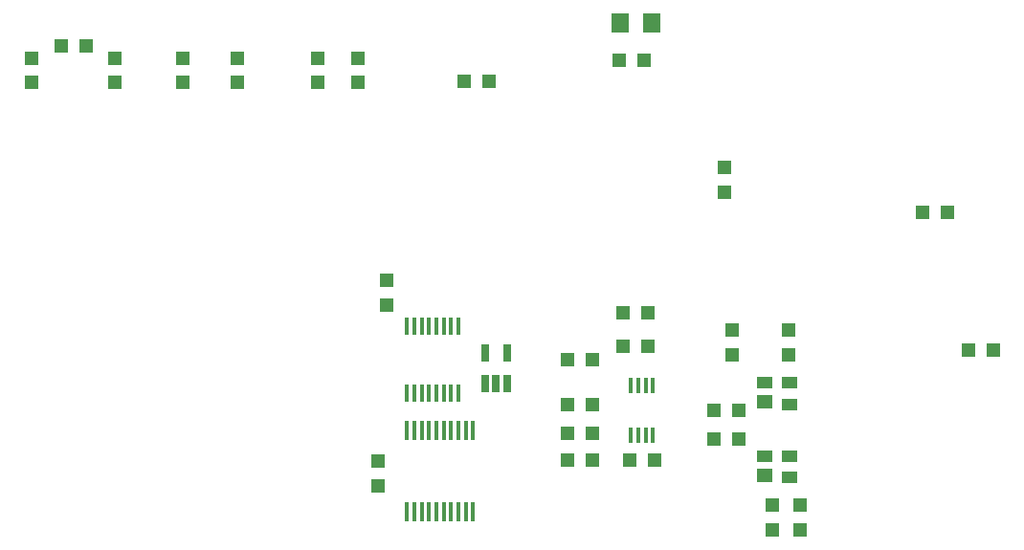
<source format=gbr>
G04 #@! TF.GenerationSoftware,KiCad,Pcbnew,5.0.2-bee76a0~70~ubuntu16.04.1*
G04 #@! TF.CreationDate,2019-08-17T11:50:25-07:00*
G04 #@! TF.ProjectId,n2adr,6e326164-722e-46b6-9963-61645f706362,E5b9*
G04 #@! TF.SameCoordinates,PX3dfd240PY3473bc0*
G04 #@! TF.FileFunction,Paste,Bot*
G04 #@! TF.FilePolarity,Positive*
%FSLAX46Y46*%
G04 Gerber Fmt 4.6, Leading zero omitted, Abs format (unit mm)*
G04 Created by KiCad (PCBNEW 5.0.2-bee76a0~70~ubuntu16.04.1) date Sat 17 Aug 2019 11:50:25 AM PDT*
%MOMM*%
%LPD*%
G01*
G04 APERTURE LIST*
%ADD10R,1.250000X1.200000*%
%ADD11R,1.200000X1.250000*%
%ADD12R,0.450000X1.750000*%
%ADD13R,0.450000X1.500000*%
%ADD14R,1.399540X1.198880*%
%ADD15R,1.399540X1.000760*%
%ADD16R,0.450000X1.450000*%
%ADD17R,0.650000X1.560000*%
%ADD18R,1.600000X1.800000*%
G04 APERTURE END LIST*
D10*
G04 #@! TO.C,C3*
X38400000Y-5300000D03*
X38400000Y-7500000D03*
G04 #@! TD*
G04 #@! TO.C,C5*
X16900000Y-5300000D03*
X16900000Y-7500000D03*
G04 #@! TD*
G04 #@! TO.C,C6*
X27700000Y-5300000D03*
X27700000Y-7500000D03*
G04 #@! TD*
D11*
G04 #@! TO.C,C11*
X72100000Y-39000000D03*
X69900000Y-39000000D03*
G04 #@! TD*
G04 #@! TO.C,C13*
X72100000Y-36500000D03*
X69900000Y-36500000D03*
G04 #@! TD*
D10*
G04 #@! TO.C,C14*
X40900000Y-25000000D03*
X40900000Y-27200000D03*
G04 #@! TD*
G04 #@! TO.C,R5*
X75000000Y-47100000D03*
X75000000Y-44900000D03*
G04 #@! TD*
G04 #@! TO.C,R8*
X71500000Y-29400000D03*
X71500000Y-31600000D03*
G04 #@! TD*
G04 #@! TO.C,C27*
X34800000Y-5300000D03*
X34800000Y-7500000D03*
G04 #@! TD*
G04 #@! TO.C,C28*
X22900000Y-5300000D03*
X22900000Y-7500000D03*
G04 #@! TD*
G04 #@! TO.C,C29*
X70800000Y-17200000D03*
X70800000Y-15000000D03*
G04 #@! TD*
D11*
G04 #@! TO.C,C30*
X63700000Y-5500000D03*
X61500000Y-5500000D03*
G04 #@! TD*
G04 #@! TO.C,C31*
X50000000Y-7400000D03*
X47800000Y-7400000D03*
G04 #@! TD*
D12*
G04 #@! TO.C,U1*
X48575000Y-45500000D03*
X47925000Y-45500000D03*
X47275000Y-45500000D03*
X46625000Y-45500000D03*
X45975000Y-45500000D03*
X45325000Y-45500000D03*
X44675000Y-45500000D03*
X44025000Y-45500000D03*
X43375000Y-45500000D03*
X42725000Y-45500000D03*
X42725000Y-38300000D03*
X43375000Y-38300000D03*
X44025000Y-38300000D03*
X44675000Y-38300000D03*
X45325000Y-38300000D03*
X45975000Y-38300000D03*
X46625000Y-38300000D03*
X47275000Y-38300000D03*
X47925000Y-38300000D03*
X48575000Y-38300000D03*
G04 #@! TD*
D13*
G04 #@! TO.C,U2*
X47275000Y-34950000D03*
X46625000Y-34950000D03*
X45975000Y-34950000D03*
X45325000Y-34950000D03*
X44675000Y-34950000D03*
X44025000Y-34950000D03*
X43375000Y-34950000D03*
X42725000Y-34950000D03*
X42725000Y-29050000D03*
X43375000Y-29050000D03*
X44025000Y-29050000D03*
X44675000Y-29050000D03*
X45325000Y-29050000D03*
X45975000Y-29050000D03*
X46625000Y-29050000D03*
X47275000Y-29050000D03*
G04 #@! TD*
D10*
G04 #@! TO.C,C20*
X9500000Y-5300000D03*
X9500000Y-7500000D03*
G04 #@! TD*
D14*
G04 #@! TO.C,D1*
X74400180Y-42269620D03*
D15*
X74400180Y-40550040D03*
X76599820Y-40550040D03*
X76599820Y-42449960D03*
G04 #@! TD*
D14*
G04 #@! TO.C,D2*
X74400180Y-35769620D03*
D15*
X74400180Y-34050040D03*
X76599820Y-34050040D03*
X76599820Y-35949960D03*
G04 #@! TD*
D10*
G04 #@! TO.C,R4*
X77500000Y-47100000D03*
X77500000Y-44900000D03*
G04 #@! TD*
G04 #@! TO.C,R9*
X76500000Y-31600000D03*
X76500000Y-29400000D03*
G04 #@! TD*
D11*
G04 #@! TO.C,R10*
X61800000Y-27900000D03*
X64000000Y-27900000D03*
G04 #@! TD*
G04 #@! TO.C,R11*
X64000000Y-30800000D03*
X61800000Y-30800000D03*
G04 #@! TD*
G04 #@! TO.C,R12*
X59100000Y-32000000D03*
X56900000Y-32000000D03*
G04 #@! TD*
G04 #@! TO.C,R13*
X56900000Y-36000000D03*
X59100000Y-36000000D03*
G04 #@! TD*
G04 #@! TO.C,R14*
X64600000Y-40900000D03*
X62400000Y-40900000D03*
G04 #@! TD*
G04 #@! TO.C,R15*
X59100000Y-40900000D03*
X56900000Y-40900000D03*
G04 #@! TD*
D16*
G04 #@! TO.C,U3*
X62525000Y-34300000D03*
X63175000Y-34300000D03*
X63825000Y-34300000D03*
X64475000Y-34300000D03*
X64475000Y-38700000D03*
X63825000Y-38700000D03*
X63175000Y-38700000D03*
X62525000Y-38700000D03*
G04 #@! TD*
D11*
G04 #@! TO.C,C45*
X90500000Y-19000000D03*
X88300000Y-19000000D03*
G04 #@! TD*
G04 #@! TO.C,C46*
X94600000Y-31200000D03*
X92400000Y-31200000D03*
G04 #@! TD*
G04 #@! TO.C,C7*
X56900000Y-38500000D03*
X59100000Y-38500000D03*
G04 #@! TD*
D17*
G04 #@! TO.C,U5*
X51550000Y-34150000D03*
X50600000Y-34150000D03*
X49650000Y-34150000D03*
X49650000Y-31450000D03*
X51550000Y-31450000D03*
G04 #@! TD*
D11*
G04 #@! TO.C,C12*
X12100000Y-4200000D03*
X14300000Y-4200000D03*
G04 #@! TD*
D18*
G04 #@! TO.C,C15*
X64400000Y-2200000D03*
X61600000Y-2200000D03*
G04 #@! TD*
D10*
G04 #@! TO.C,R16*
X40200000Y-43200000D03*
X40200000Y-41000000D03*
G04 #@! TD*
M02*

</source>
